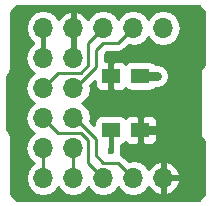
<source format=gbl>
G04 #@! TF.FileFunction,Copper,L2,Bot,Signal*
%FSLAX46Y46*%
G04 Gerber Fmt 4.6, Leading zero omitted, Abs format (unit mm)*
G04 Created by KiCad (PCBNEW 4.0.7) date 2018 April 02, Monday 02:54:30*
%MOMM*%
%LPD*%
G01*
G04 APERTURE LIST*
%ADD10C,0.100000*%
%ADD11O,1.700000X1.700000*%
%ADD12R,1.500000X1.250000*%
%ADD13C,0.600000*%
%ADD14C,0.750000*%
%ADD15C,0.250000*%
%ADD16C,0.400000*%
%ADD17C,0.254000*%
G04 APERTURE END LIST*
D10*
D11*
X163830000Y-120650000D03*
X166370000Y-120650000D03*
X168910000Y-120650000D03*
X171450000Y-120650000D03*
X173990000Y-120650000D03*
X163830000Y-107950000D03*
X166370000Y-107950000D03*
X168910000Y-107950000D03*
X171450000Y-107950000D03*
X173990000Y-107950000D03*
X166370000Y-110490000D03*
X163830000Y-110490000D03*
X166370000Y-113030000D03*
X163830000Y-113030000D03*
X166370000Y-115570000D03*
X163830000Y-115570000D03*
X166370000Y-118110000D03*
X163830000Y-118110000D03*
D12*
X169565000Y-116586000D03*
X172065000Y-116586000D03*
X172065000Y-112014000D03*
X169565000Y-112014000D03*
D13*
X173482000Y-112014000D03*
X169545000Y-110363000D03*
X174752000Y-110363000D03*
X174117000Y-109728000D03*
X173609000Y-110236000D03*
X173101000Y-109728000D03*
X172593000Y-110236000D03*
X172085000Y-109728000D03*
X171577000Y-110236000D03*
X171069000Y-109728000D03*
X170561000Y-110236000D03*
X170561000Y-118364000D03*
X171069000Y-118872000D03*
X171577000Y-118364000D03*
X172085000Y-118872000D03*
X172593000Y-118364000D03*
X173101000Y-118872000D03*
X173609000Y-118364000D03*
X174117000Y-118872000D03*
X174625000Y-118364000D03*
X173482000Y-116586000D03*
X169545000Y-118364000D03*
D14*
X173482000Y-112014000D02*
X172700000Y-112014000D01*
D15*
X169545000Y-110363000D02*
X170434000Y-110363000D01*
D16*
X169565000Y-112014000D02*
X169565000Y-110383000D01*
X169565000Y-110383000D02*
X169545000Y-110363000D01*
D15*
X174117000Y-109728000D02*
X174752000Y-110363000D01*
X173101000Y-109728000D02*
X173609000Y-110236000D01*
X172085000Y-109728000D02*
X172593000Y-110236000D01*
X171069000Y-109728000D02*
X171577000Y-110236000D01*
X170434000Y-110363000D02*
X170561000Y-110236000D01*
X171577000Y-118364000D02*
X171069000Y-118872000D01*
X172593000Y-118364000D02*
X172085000Y-118872000D01*
X173609000Y-118364000D02*
X173101000Y-118872000D01*
X174625000Y-118364000D02*
X174117000Y-118872000D01*
D16*
X166370000Y-110490000D02*
X166370000Y-107950000D01*
D14*
X172065000Y-116586000D02*
X173482000Y-116586000D01*
D16*
X169545000Y-118364000D02*
X169565000Y-118344000D01*
X169565000Y-118344000D02*
X169565000Y-116586000D01*
X163830000Y-110490000D02*
X163830000Y-107950000D01*
D15*
X166370000Y-113030000D02*
X166497000Y-113030000D01*
X166497000Y-113030000D02*
X168275000Y-111252000D01*
X168275000Y-111252000D02*
X168275000Y-110871000D01*
X168275000Y-110871000D02*
X168275000Y-109855000D01*
X168275000Y-109855000D02*
X168910000Y-109220000D01*
X168910000Y-109220000D02*
X170180000Y-109220000D01*
X170180000Y-109220000D02*
X171450000Y-107950000D01*
X163830000Y-113030000D02*
X165100000Y-111760000D01*
X167640000Y-109220000D02*
X168910000Y-107950000D01*
X167640000Y-111125000D02*
X167640000Y-109220000D01*
X167005000Y-111760000D02*
X167640000Y-111125000D01*
X165100000Y-111760000D02*
X167005000Y-111760000D01*
X166370000Y-115570000D02*
X166497000Y-115570000D01*
X166497000Y-115570000D02*
X168275000Y-117348000D01*
X170180000Y-119380000D02*
X171450000Y-120650000D01*
X168910000Y-119380000D02*
X170180000Y-119380000D01*
X168275000Y-118745000D02*
X168910000Y-119380000D01*
X168275000Y-117348000D02*
X168275000Y-118745000D01*
X165100000Y-116840000D02*
X163830000Y-115570000D01*
X167005000Y-116840000D02*
X165100000Y-116840000D01*
X167640000Y-117475000D02*
X167005000Y-116840000D01*
X168910000Y-120650000D02*
X167640000Y-119380000D01*
X167640000Y-119380000D02*
X167640000Y-117475000D01*
X166370000Y-120650000D02*
X166370000Y-118110000D01*
X163830000Y-120650000D02*
X163830000Y-118110000D01*
D17*
G36*
X177471000Y-106593092D02*
X177471000Y-111084908D01*
X177297954Y-111257954D01*
X177144046Y-111488295D01*
X177090000Y-111760000D01*
X177090000Y-116840000D01*
X177144046Y-117111705D01*
X177297954Y-117342046D01*
X177471000Y-117515092D01*
X177471000Y-122006908D01*
X176997908Y-122480000D01*
X161584092Y-122480000D01*
X161111000Y-122006908D01*
X161111000Y-117221000D01*
X161056954Y-116949295D01*
X160903046Y-116718954D01*
X160730000Y-116545908D01*
X160730000Y-112054092D01*
X160903046Y-111881046D01*
X161056954Y-111650705D01*
X161111000Y-111379000D01*
X161111000Y-110490000D01*
X162315907Y-110490000D01*
X162428946Y-111058285D01*
X162750853Y-111540054D01*
X163080026Y-111760000D01*
X162750853Y-111979946D01*
X162428946Y-112461715D01*
X162315907Y-113030000D01*
X162428946Y-113598285D01*
X162750853Y-114080054D01*
X163080026Y-114300000D01*
X162750853Y-114519946D01*
X162428946Y-115001715D01*
X162315907Y-115570000D01*
X162428946Y-116138285D01*
X162750853Y-116620054D01*
X163080026Y-116840000D01*
X162750853Y-117059946D01*
X162428946Y-117541715D01*
X162315907Y-118110000D01*
X162428946Y-118678285D01*
X162750853Y-119160054D01*
X163070000Y-119373301D01*
X163070000Y-119377046D01*
X162779946Y-119570853D01*
X162458039Y-120052622D01*
X162345000Y-120620907D01*
X162345000Y-120679093D01*
X162458039Y-121247378D01*
X162779946Y-121729147D01*
X163261715Y-122051054D01*
X163830000Y-122164093D01*
X164398285Y-122051054D01*
X164880054Y-121729147D01*
X165100000Y-121399974D01*
X165319946Y-121729147D01*
X165801715Y-122051054D01*
X166370000Y-122164093D01*
X166938285Y-122051054D01*
X167420054Y-121729147D01*
X167640000Y-121399974D01*
X167859946Y-121729147D01*
X168341715Y-122051054D01*
X168910000Y-122164093D01*
X169478285Y-122051054D01*
X169960054Y-121729147D01*
X170180000Y-121399974D01*
X170399946Y-121729147D01*
X170881715Y-122051054D01*
X171450000Y-122164093D01*
X172018285Y-122051054D01*
X172500054Y-121729147D01*
X172727702Y-121388447D01*
X172794817Y-121531358D01*
X173223076Y-121921645D01*
X173633110Y-122091476D01*
X173863000Y-121970155D01*
X173863000Y-120777000D01*
X174117000Y-120777000D01*
X174117000Y-121970155D01*
X174346890Y-122091476D01*
X174756924Y-121921645D01*
X175185183Y-121531358D01*
X175431486Y-121006892D01*
X175310819Y-120777000D01*
X174117000Y-120777000D01*
X173863000Y-120777000D01*
X173843000Y-120777000D01*
X173843000Y-120523000D01*
X173863000Y-120523000D01*
X173863000Y-119329845D01*
X174117000Y-119329845D01*
X174117000Y-120523000D01*
X175310819Y-120523000D01*
X175431486Y-120293108D01*
X175185183Y-119768642D01*
X174756924Y-119378355D01*
X174346890Y-119208524D01*
X174117000Y-119329845D01*
X173863000Y-119329845D01*
X173633110Y-119208524D01*
X173223076Y-119378355D01*
X172794817Y-119768642D01*
X172727702Y-119911553D01*
X172500054Y-119570853D01*
X172018285Y-119248946D01*
X171450000Y-119135907D01*
X171083592Y-119208790D01*
X170717401Y-118842599D01*
X170470839Y-118677852D01*
X170430419Y-118669812D01*
X170479838Y-118550799D01*
X170480162Y-118178833D01*
X170400000Y-117984826D01*
X170400000Y-117842446D01*
X170550317Y-117814162D01*
X170766441Y-117675090D01*
X170812969Y-117606994D01*
X170955302Y-117749327D01*
X171188691Y-117846000D01*
X171779250Y-117846000D01*
X171938000Y-117687250D01*
X171938000Y-116713000D01*
X172192000Y-116713000D01*
X172192000Y-117687250D01*
X172350750Y-117846000D01*
X172941309Y-117846000D01*
X173174698Y-117749327D01*
X173353327Y-117570699D01*
X173450000Y-117337310D01*
X173450000Y-116871750D01*
X173291250Y-116713000D01*
X172192000Y-116713000D01*
X171938000Y-116713000D01*
X171918000Y-116713000D01*
X171918000Y-116459000D01*
X171938000Y-116459000D01*
X171938000Y-115484750D01*
X172192000Y-115484750D01*
X172192000Y-116459000D01*
X173291250Y-116459000D01*
X173450000Y-116300250D01*
X173450000Y-115834690D01*
X173353327Y-115601301D01*
X173174698Y-115422673D01*
X172941309Y-115326000D01*
X172350750Y-115326000D01*
X172192000Y-115484750D01*
X171938000Y-115484750D01*
X171779250Y-115326000D01*
X171188691Y-115326000D01*
X170955302Y-115422673D01*
X170814064Y-115563910D01*
X170779090Y-115509559D01*
X170566890Y-115364569D01*
X170315000Y-115313560D01*
X168815000Y-115313560D01*
X168579683Y-115357838D01*
X168363559Y-115496910D01*
X168218569Y-115709110D01*
X168167560Y-115961000D01*
X168167560Y-116165758D01*
X167832281Y-115830479D01*
X167884093Y-115570000D01*
X167771054Y-115001715D01*
X167449147Y-114519946D01*
X167119974Y-114300000D01*
X167449147Y-114080054D01*
X167771054Y-113598285D01*
X167884093Y-113030000D01*
X167832281Y-112769521D01*
X168180000Y-112421802D01*
X168180000Y-112765310D01*
X168276673Y-112998699D01*
X168455302Y-113177327D01*
X168688691Y-113274000D01*
X169279250Y-113274000D01*
X169438000Y-113115250D01*
X169438000Y-112141000D01*
X169418000Y-112141000D01*
X169418000Y-111887000D01*
X169438000Y-111887000D01*
X169438000Y-110912750D01*
X169692000Y-110912750D01*
X169692000Y-111887000D01*
X169712000Y-111887000D01*
X169712000Y-112141000D01*
X169692000Y-112141000D01*
X169692000Y-113115250D01*
X169850750Y-113274000D01*
X170441309Y-113274000D01*
X170674698Y-113177327D01*
X170815936Y-113036090D01*
X170850910Y-113090441D01*
X171063110Y-113235431D01*
X171315000Y-113286440D01*
X172815000Y-113286440D01*
X173050317Y-113242162D01*
X173266441Y-113103090D01*
X173320481Y-113024000D01*
X173482000Y-113024000D01*
X173868510Y-112947118D01*
X174196178Y-112728178D01*
X174415118Y-112400510D01*
X174492000Y-112014000D01*
X174415118Y-111627490D01*
X174196178Y-111299822D01*
X173868510Y-111080882D01*
X173482000Y-111004000D01*
X173321844Y-111004000D01*
X173279090Y-110937559D01*
X173066890Y-110792569D01*
X172815000Y-110741560D01*
X171315000Y-110741560D01*
X171079683Y-110785838D01*
X170863559Y-110924910D01*
X170817031Y-110993006D01*
X170674698Y-110850673D01*
X170441309Y-110754000D01*
X169850750Y-110754000D01*
X169692000Y-110912750D01*
X169438000Y-110912750D01*
X169279250Y-110754000D01*
X169035000Y-110754000D01*
X169035000Y-110169802D01*
X169224802Y-109980000D01*
X170180000Y-109980000D01*
X170470839Y-109922148D01*
X170717401Y-109757401D01*
X171083592Y-109391210D01*
X171450000Y-109464093D01*
X172018285Y-109351054D01*
X172500054Y-109029147D01*
X172720000Y-108699974D01*
X172939946Y-109029147D01*
X173421715Y-109351054D01*
X173990000Y-109464093D01*
X174558285Y-109351054D01*
X175040054Y-109029147D01*
X175361961Y-108547378D01*
X175475000Y-107979093D01*
X175475000Y-107920907D01*
X175361961Y-107352622D01*
X175040054Y-106870853D01*
X174558285Y-106548946D01*
X173990000Y-106435907D01*
X173421715Y-106548946D01*
X172939946Y-106870853D01*
X172720000Y-107200026D01*
X172500054Y-106870853D01*
X172018285Y-106548946D01*
X171450000Y-106435907D01*
X170881715Y-106548946D01*
X170399946Y-106870853D01*
X170180000Y-107200026D01*
X169960054Y-106870853D01*
X169478285Y-106548946D01*
X168910000Y-106435907D01*
X168341715Y-106548946D01*
X167859946Y-106870853D01*
X167632298Y-107211553D01*
X167565183Y-107068642D01*
X167136924Y-106678355D01*
X166726890Y-106508524D01*
X166497000Y-106629845D01*
X166497000Y-107823000D01*
X166517000Y-107823000D01*
X166517000Y-108077000D01*
X166497000Y-108077000D01*
X166497000Y-110363000D01*
X166517000Y-110363000D01*
X166517000Y-110617000D01*
X166497000Y-110617000D01*
X166497000Y-110637000D01*
X166243000Y-110637000D01*
X166243000Y-110617000D01*
X166223000Y-110617000D01*
X166223000Y-110363000D01*
X166243000Y-110363000D01*
X166243000Y-108077000D01*
X166223000Y-108077000D01*
X166223000Y-107823000D01*
X166243000Y-107823000D01*
X166243000Y-106629845D01*
X166013110Y-106508524D01*
X165603076Y-106678355D01*
X165174817Y-107068642D01*
X165107702Y-107211553D01*
X164880054Y-106870853D01*
X164398285Y-106548946D01*
X163830000Y-106435907D01*
X163261715Y-106548946D01*
X162779946Y-106870853D01*
X162458039Y-107352622D01*
X162345000Y-107920907D01*
X162345000Y-107979093D01*
X162458039Y-108547378D01*
X162779946Y-109029147D01*
X162995000Y-109172841D01*
X162995000Y-109276813D01*
X162750853Y-109439946D01*
X162428946Y-109921715D01*
X162315907Y-110490000D01*
X161111000Y-110490000D01*
X161111000Y-106593092D01*
X161584092Y-106120000D01*
X176997908Y-106120000D01*
X177471000Y-106593092D01*
X177471000Y-106593092D01*
G37*
X177471000Y-106593092D02*
X177471000Y-111084908D01*
X177297954Y-111257954D01*
X177144046Y-111488295D01*
X177090000Y-111760000D01*
X177090000Y-116840000D01*
X177144046Y-117111705D01*
X177297954Y-117342046D01*
X177471000Y-117515092D01*
X177471000Y-122006908D01*
X176997908Y-122480000D01*
X161584092Y-122480000D01*
X161111000Y-122006908D01*
X161111000Y-117221000D01*
X161056954Y-116949295D01*
X160903046Y-116718954D01*
X160730000Y-116545908D01*
X160730000Y-112054092D01*
X160903046Y-111881046D01*
X161056954Y-111650705D01*
X161111000Y-111379000D01*
X161111000Y-110490000D01*
X162315907Y-110490000D01*
X162428946Y-111058285D01*
X162750853Y-111540054D01*
X163080026Y-111760000D01*
X162750853Y-111979946D01*
X162428946Y-112461715D01*
X162315907Y-113030000D01*
X162428946Y-113598285D01*
X162750853Y-114080054D01*
X163080026Y-114300000D01*
X162750853Y-114519946D01*
X162428946Y-115001715D01*
X162315907Y-115570000D01*
X162428946Y-116138285D01*
X162750853Y-116620054D01*
X163080026Y-116840000D01*
X162750853Y-117059946D01*
X162428946Y-117541715D01*
X162315907Y-118110000D01*
X162428946Y-118678285D01*
X162750853Y-119160054D01*
X163070000Y-119373301D01*
X163070000Y-119377046D01*
X162779946Y-119570853D01*
X162458039Y-120052622D01*
X162345000Y-120620907D01*
X162345000Y-120679093D01*
X162458039Y-121247378D01*
X162779946Y-121729147D01*
X163261715Y-122051054D01*
X163830000Y-122164093D01*
X164398285Y-122051054D01*
X164880054Y-121729147D01*
X165100000Y-121399974D01*
X165319946Y-121729147D01*
X165801715Y-122051054D01*
X166370000Y-122164093D01*
X166938285Y-122051054D01*
X167420054Y-121729147D01*
X167640000Y-121399974D01*
X167859946Y-121729147D01*
X168341715Y-122051054D01*
X168910000Y-122164093D01*
X169478285Y-122051054D01*
X169960054Y-121729147D01*
X170180000Y-121399974D01*
X170399946Y-121729147D01*
X170881715Y-122051054D01*
X171450000Y-122164093D01*
X172018285Y-122051054D01*
X172500054Y-121729147D01*
X172727702Y-121388447D01*
X172794817Y-121531358D01*
X173223076Y-121921645D01*
X173633110Y-122091476D01*
X173863000Y-121970155D01*
X173863000Y-120777000D01*
X174117000Y-120777000D01*
X174117000Y-121970155D01*
X174346890Y-122091476D01*
X174756924Y-121921645D01*
X175185183Y-121531358D01*
X175431486Y-121006892D01*
X175310819Y-120777000D01*
X174117000Y-120777000D01*
X173863000Y-120777000D01*
X173843000Y-120777000D01*
X173843000Y-120523000D01*
X173863000Y-120523000D01*
X173863000Y-119329845D01*
X174117000Y-119329845D01*
X174117000Y-120523000D01*
X175310819Y-120523000D01*
X175431486Y-120293108D01*
X175185183Y-119768642D01*
X174756924Y-119378355D01*
X174346890Y-119208524D01*
X174117000Y-119329845D01*
X173863000Y-119329845D01*
X173633110Y-119208524D01*
X173223076Y-119378355D01*
X172794817Y-119768642D01*
X172727702Y-119911553D01*
X172500054Y-119570853D01*
X172018285Y-119248946D01*
X171450000Y-119135907D01*
X171083592Y-119208790D01*
X170717401Y-118842599D01*
X170470839Y-118677852D01*
X170430419Y-118669812D01*
X170479838Y-118550799D01*
X170480162Y-118178833D01*
X170400000Y-117984826D01*
X170400000Y-117842446D01*
X170550317Y-117814162D01*
X170766441Y-117675090D01*
X170812969Y-117606994D01*
X170955302Y-117749327D01*
X171188691Y-117846000D01*
X171779250Y-117846000D01*
X171938000Y-117687250D01*
X171938000Y-116713000D01*
X172192000Y-116713000D01*
X172192000Y-117687250D01*
X172350750Y-117846000D01*
X172941309Y-117846000D01*
X173174698Y-117749327D01*
X173353327Y-117570699D01*
X173450000Y-117337310D01*
X173450000Y-116871750D01*
X173291250Y-116713000D01*
X172192000Y-116713000D01*
X171938000Y-116713000D01*
X171918000Y-116713000D01*
X171918000Y-116459000D01*
X171938000Y-116459000D01*
X171938000Y-115484750D01*
X172192000Y-115484750D01*
X172192000Y-116459000D01*
X173291250Y-116459000D01*
X173450000Y-116300250D01*
X173450000Y-115834690D01*
X173353327Y-115601301D01*
X173174698Y-115422673D01*
X172941309Y-115326000D01*
X172350750Y-115326000D01*
X172192000Y-115484750D01*
X171938000Y-115484750D01*
X171779250Y-115326000D01*
X171188691Y-115326000D01*
X170955302Y-115422673D01*
X170814064Y-115563910D01*
X170779090Y-115509559D01*
X170566890Y-115364569D01*
X170315000Y-115313560D01*
X168815000Y-115313560D01*
X168579683Y-115357838D01*
X168363559Y-115496910D01*
X168218569Y-115709110D01*
X168167560Y-115961000D01*
X168167560Y-116165758D01*
X167832281Y-115830479D01*
X167884093Y-115570000D01*
X167771054Y-115001715D01*
X167449147Y-114519946D01*
X167119974Y-114300000D01*
X167449147Y-114080054D01*
X167771054Y-113598285D01*
X167884093Y-113030000D01*
X167832281Y-112769521D01*
X168180000Y-112421802D01*
X168180000Y-112765310D01*
X168276673Y-112998699D01*
X168455302Y-113177327D01*
X168688691Y-113274000D01*
X169279250Y-113274000D01*
X169438000Y-113115250D01*
X169438000Y-112141000D01*
X169418000Y-112141000D01*
X169418000Y-111887000D01*
X169438000Y-111887000D01*
X169438000Y-110912750D01*
X169692000Y-110912750D01*
X169692000Y-111887000D01*
X169712000Y-111887000D01*
X169712000Y-112141000D01*
X169692000Y-112141000D01*
X169692000Y-113115250D01*
X169850750Y-113274000D01*
X170441309Y-113274000D01*
X170674698Y-113177327D01*
X170815936Y-113036090D01*
X170850910Y-113090441D01*
X171063110Y-113235431D01*
X171315000Y-113286440D01*
X172815000Y-113286440D01*
X173050317Y-113242162D01*
X173266441Y-113103090D01*
X173320481Y-113024000D01*
X173482000Y-113024000D01*
X173868510Y-112947118D01*
X174196178Y-112728178D01*
X174415118Y-112400510D01*
X174492000Y-112014000D01*
X174415118Y-111627490D01*
X174196178Y-111299822D01*
X173868510Y-111080882D01*
X173482000Y-111004000D01*
X173321844Y-111004000D01*
X173279090Y-110937559D01*
X173066890Y-110792569D01*
X172815000Y-110741560D01*
X171315000Y-110741560D01*
X171079683Y-110785838D01*
X170863559Y-110924910D01*
X170817031Y-110993006D01*
X170674698Y-110850673D01*
X170441309Y-110754000D01*
X169850750Y-110754000D01*
X169692000Y-110912750D01*
X169438000Y-110912750D01*
X169279250Y-110754000D01*
X169035000Y-110754000D01*
X169035000Y-110169802D01*
X169224802Y-109980000D01*
X170180000Y-109980000D01*
X170470839Y-109922148D01*
X170717401Y-109757401D01*
X171083592Y-109391210D01*
X171450000Y-109464093D01*
X172018285Y-109351054D01*
X172500054Y-109029147D01*
X172720000Y-108699974D01*
X172939946Y-109029147D01*
X173421715Y-109351054D01*
X173990000Y-109464093D01*
X174558285Y-109351054D01*
X175040054Y-109029147D01*
X175361961Y-108547378D01*
X175475000Y-107979093D01*
X175475000Y-107920907D01*
X175361961Y-107352622D01*
X175040054Y-106870853D01*
X174558285Y-106548946D01*
X173990000Y-106435907D01*
X173421715Y-106548946D01*
X172939946Y-106870853D01*
X172720000Y-107200026D01*
X172500054Y-106870853D01*
X172018285Y-106548946D01*
X171450000Y-106435907D01*
X170881715Y-106548946D01*
X170399946Y-106870853D01*
X170180000Y-107200026D01*
X169960054Y-106870853D01*
X169478285Y-106548946D01*
X168910000Y-106435907D01*
X168341715Y-106548946D01*
X167859946Y-106870853D01*
X167632298Y-107211553D01*
X167565183Y-107068642D01*
X167136924Y-106678355D01*
X166726890Y-106508524D01*
X166497000Y-106629845D01*
X166497000Y-107823000D01*
X166517000Y-107823000D01*
X166517000Y-108077000D01*
X166497000Y-108077000D01*
X166497000Y-110363000D01*
X166517000Y-110363000D01*
X166517000Y-110617000D01*
X166497000Y-110617000D01*
X166497000Y-110637000D01*
X166243000Y-110637000D01*
X166243000Y-110617000D01*
X166223000Y-110617000D01*
X166223000Y-110363000D01*
X166243000Y-110363000D01*
X166243000Y-108077000D01*
X166223000Y-108077000D01*
X166223000Y-107823000D01*
X166243000Y-107823000D01*
X166243000Y-106629845D01*
X166013110Y-106508524D01*
X165603076Y-106678355D01*
X165174817Y-107068642D01*
X165107702Y-107211553D01*
X164880054Y-106870853D01*
X164398285Y-106548946D01*
X163830000Y-106435907D01*
X163261715Y-106548946D01*
X162779946Y-106870853D01*
X162458039Y-107352622D01*
X162345000Y-107920907D01*
X162345000Y-107979093D01*
X162458039Y-108547378D01*
X162779946Y-109029147D01*
X162995000Y-109172841D01*
X162995000Y-109276813D01*
X162750853Y-109439946D01*
X162428946Y-109921715D01*
X162315907Y-110490000D01*
X161111000Y-110490000D01*
X161111000Y-106593092D01*
X161584092Y-106120000D01*
X176997908Y-106120000D01*
X177471000Y-106593092D01*
M02*

</source>
